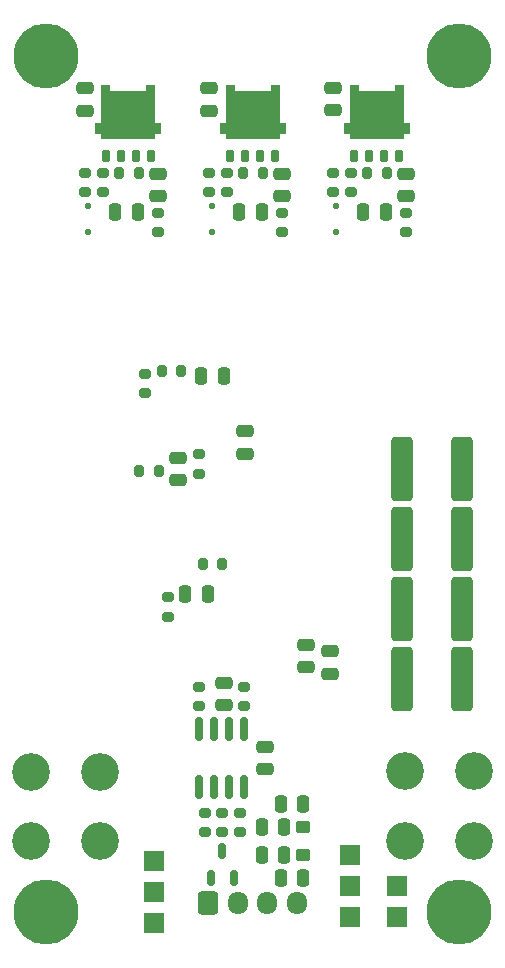
<source format=gbr>
%TF.GenerationSoftware,KiCad,Pcbnew,9.0.7*%
%TF.CreationDate,2026-02-13T21:21:15+01:00*%
%TF.ProjectId,ESC_v3,4553435f-7633-42e6-9b69-6361645f7063,rev?*%
%TF.SameCoordinates,Original*%
%TF.FileFunction,Soldermask,Bot*%
%TF.FilePolarity,Negative*%
%FSLAX46Y46*%
G04 Gerber Fmt 4.6, Leading zero omitted, Abs format (unit mm)*
G04 Created by KiCad (PCBNEW 9.0.7) date 2026-02-13 21:21:15*
%MOMM*%
%LPD*%
G01*
G04 APERTURE LIST*
G04 Aperture macros list*
%AMRoundRect*
0 Rectangle with rounded corners*
0 $1 Rounding radius*
0 $2 $3 $4 $5 $6 $7 $8 $9 X,Y pos of 4 corners*
0 Add a 4 corners polygon primitive as box body*
4,1,4,$2,$3,$4,$5,$6,$7,$8,$9,$2,$3,0*
0 Add four circle primitives for the rounded corners*
1,1,$1+$1,$2,$3*
1,1,$1+$1,$4,$5*
1,1,$1+$1,$6,$7*
1,1,$1+$1,$8,$9*
0 Add four rect primitives between the rounded corners*
20,1,$1+$1,$2,$3,$4,$5,0*
20,1,$1+$1,$4,$5,$6,$7,0*
20,1,$1+$1,$6,$7,$8,$9,0*
20,1,$1+$1,$8,$9,$2,$3,0*%
%AMFreePoly0*
4,1,18,-0.697500,2.280000,2.027500,2.280000,2.502500,2.280000,2.502500,1.530000,2.027500,1.530000,2.027500,-1.530000,2.502500,-1.530000,2.502500,-2.280000,-0.697500,-2.280000,-0.697500,-2.775000,-1.602500,-2.775000,-1.602500,-2.280000,-2.027500,-2.280000,-2.027500,2.280000,-1.602500,2.280000,-1.602500,2.775000,-0.697500,2.775000,-0.697500,2.280000,-0.697500,2.280000,$1*%
G04 Aperture macros list end*
%ADD10R,1.700000X1.700000*%
%ADD11C,3.200000*%
%ADD12C,5.500000*%
%ADD13RoundRect,0.250000X-0.600000X-0.725000X0.600000X-0.725000X0.600000X0.725000X-0.600000X0.725000X0*%
%ADD14O,1.700000X1.950000*%
%ADD15RoundRect,0.200000X-0.275000X0.200000X-0.275000X-0.200000X0.275000X-0.200000X0.275000X0.200000X0*%
%ADD16RoundRect,0.187500X0.187500X-0.312500X0.187500X0.312500X-0.187500X0.312500X-0.187500X-0.312500X0*%
%ADD17FreePoly0,90.000000*%
%ADD18RoundRect,0.250000X-0.250000X-0.475000X0.250000X-0.475000X0.250000X0.475000X-0.250000X0.475000X0*%
%ADD19RoundRect,0.250000X0.350000X-0.275000X0.350000X0.275000X-0.350000X0.275000X-0.350000X-0.275000X0*%
%ADD20RoundRect,0.200000X0.275000X-0.200000X0.275000X0.200000X-0.275000X0.200000X-0.275000X-0.200000X0*%
%ADD21RoundRect,0.125000X0.125000X-0.125000X0.125000X0.125000X-0.125000X0.125000X-0.125000X-0.125000X0*%
%ADD22RoundRect,0.200000X0.200000X0.275000X-0.200000X0.275000X-0.200000X-0.275000X0.200000X-0.275000X0*%
%ADD23RoundRect,0.250000X-0.650000X-2.450000X0.650000X-2.450000X0.650000X2.450000X-0.650000X2.450000X0*%
%ADD24RoundRect,0.150000X0.150000X-0.512500X0.150000X0.512500X-0.150000X0.512500X-0.150000X-0.512500X0*%
%ADD25RoundRect,0.250000X-0.475000X0.250000X-0.475000X-0.250000X0.475000X-0.250000X0.475000X0.250000X0*%
%ADD26RoundRect,0.250000X0.475000X-0.250000X0.475000X0.250000X-0.475000X0.250000X-0.475000X-0.250000X0*%
%ADD27RoundRect,0.250000X0.250000X0.475000X-0.250000X0.475000X-0.250000X-0.475000X0.250000X-0.475000X0*%
%ADD28RoundRect,0.200000X-0.200000X-0.275000X0.200000X-0.275000X0.200000X0.275000X-0.200000X0.275000X0*%
%ADD29RoundRect,0.150000X-0.150000X0.825000X-0.150000X-0.825000X0.150000X-0.825000X0.150000X0.825000X0*%
G04 APERTURE END LIST*
D10*
%TO.C,J6*%
X153465000Y-107715000D03*
%TD*%
%TO.C,J4*%
X157440000Y-110315000D03*
%TD*%
%TO.C,J9*%
X136900000Y-105600000D03*
%TD*%
D11*
%TO.C,J2*%
X126440000Y-98015000D03*
X126440000Y-103885000D03*
X132310000Y-98015000D03*
X132310000Y-103885000D03*
%TD*%
D10*
%TO.C,J7*%
X157440000Y-107690000D03*
%TD*%
D12*
%TO.C,H4*%
X162700000Y-109950000D03*
%TD*%
D10*
%TO.C,J8*%
X136900000Y-110840000D03*
%TD*%
%TO.C,J10*%
X136900000Y-108225000D03*
%TD*%
%TO.C,J3*%
X153465000Y-105090000D03*
%TD*%
D11*
%TO.C,J11*%
X158090000Y-97990000D03*
X158090000Y-103860000D03*
X163960000Y-97990000D03*
X163960000Y-103860000D03*
%TD*%
D12*
%TO.C,H2*%
X162700000Y-37400000D03*
%TD*%
D13*
%TO.C,J1*%
X141450000Y-109130000D03*
D14*
X143950000Y-109130000D03*
X146450000Y-109130000D03*
X148950000Y-109130000D03*
%TD*%
D12*
%TO.C,H1*%
X127700000Y-37400000D03*
%TD*%
D10*
%TO.C,J5*%
X153465000Y-110340000D03*
%TD*%
D12*
%TO.C,H3*%
X127700000Y-109950000D03*
%TD*%
D15*
%TO.C,R36*%
X138050000Y-83275000D03*
X138050000Y-84925000D03*
%TD*%
D16*
%TO.C,Q5*%
X136605000Y-45892250D03*
X135335000Y-45892250D03*
X134065000Y-45892250D03*
X132795000Y-45892250D03*
D17*
X134700000Y-42400000D03*
%TD*%
D18*
%TO.C,C25*%
X140875000Y-64500000D03*
X142775000Y-64500000D03*
%TD*%
%TO.C,C49*%
X145975000Y-102750000D03*
X147875000Y-102750000D03*
%TD*%
D19*
%TO.C,L1*%
X149475000Y-105050000D03*
X149475000Y-102750000D03*
%TD*%
D20*
%TO.C,R31*%
X140675000Y-72825000D03*
X140675000Y-71175000D03*
%TD*%
D15*
%TO.C,R33*%
X144500000Y-90850000D03*
X144500000Y-92500000D03*
%TD*%
D18*
%TO.C,C33*%
X139525000Y-83025000D03*
X141425000Y-83025000D03*
%TD*%
D21*
%TO.C,D2*%
X152274626Y-52325000D03*
X152274626Y-50125000D03*
%TD*%
D15*
%TO.C,R32*%
X140700000Y-90850000D03*
X140700000Y-92500000D03*
%TD*%
D22*
%TO.C,R13*%
X146050000Y-47380000D03*
X144400000Y-47380000D03*
%TD*%
D20*
%TO.C,R28*%
X136100000Y-66000000D03*
X136100000Y-64350000D03*
%TD*%
D22*
%TO.C,R21*%
X135550000Y-47378165D03*
X133900000Y-47378165D03*
%TD*%
D23*
%TO.C,C30*%
X157825000Y-78300000D03*
X162925000Y-78300000D03*
%TD*%
D15*
%TO.C,R51*%
X142650000Y-101525000D03*
X142650000Y-103175000D03*
%TD*%
D22*
%TO.C,R35*%
X142625000Y-80425000D03*
X140975000Y-80425000D03*
%TD*%
D24*
%TO.C,D9*%
X143600000Y-107037500D03*
X141700000Y-107037500D03*
X142650000Y-104762500D03*
%TD*%
D16*
%TO.C,Q3*%
X147105000Y-45897250D03*
X145835000Y-45897250D03*
X144565000Y-45897250D03*
X143295000Y-45897250D03*
D17*
X145200000Y-42405000D03*
%TD*%
D25*
%TO.C,C46*%
X149700000Y-87275000D03*
X149700000Y-89175000D03*
%TD*%
D18*
%TO.C,C44*%
X147575000Y-107025000D03*
X149475000Y-107025000D03*
%TD*%
D20*
%TO.C,R17*%
X132500000Y-48978165D03*
X132500000Y-47328165D03*
%TD*%
D22*
%TO.C,R3*%
X156549626Y-47375000D03*
X154899626Y-47375000D03*
%TD*%
D26*
%TO.C,C16*%
X142775000Y-92400000D03*
X142775000Y-90500000D03*
%TD*%
D25*
%TO.C,C17*%
X146300000Y-95900000D03*
X146300000Y-97800000D03*
%TD*%
%TO.C,C47*%
X151775000Y-87850000D03*
X151775000Y-89750000D03*
%TD*%
%TO.C,C15*%
X141525000Y-40155000D03*
X141525000Y-42055000D03*
%TD*%
D15*
%TO.C,R50*%
X144125000Y-101525000D03*
X144125000Y-103175000D03*
%TD*%
D20*
%TO.C,R1*%
X158199626Y-52350000D03*
X158199626Y-50700000D03*
%TD*%
D22*
%TO.C,R26*%
X137250000Y-72600000D03*
X135600000Y-72600000D03*
%TD*%
D23*
%TO.C,C31*%
X157825000Y-72375000D03*
X162925000Y-72375000D03*
%TD*%
D27*
%TO.C,C7*%
X145975000Y-50630000D03*
X144075000Y-50630000D03*
%TD*%
D21*
%TO.C,D5*%
X131275000Y-52328165D03*
X131275000Y-50128165D03*
%TD*%
D28*
%TO.C,R27*%
X137525000Y-64125000D03*
X139175000Y-64125000D03*
%TD*%
D18*
%TO.C,C50*%
X147575000Y-100775000D03*
X149475000Y-100775000D03*
%TD*%
D26*
%TO.C,C14*%
X137200000Y-49303165D03*
X137200000Y-47403165D03*
%TD*%
D27*
%TO.C,C5*%
X156474626Y-50625000D03*
X154574626Y-50625000D03*
%TD*%
D23*
%TO.C,C29*%
X157825000Y-84225000D03*
X162925000Y-84225000D03*
%TD*%
D21*
%TO.C,D3*%
X141775000Y-52330000D03*
X141775000Y-50130000D03*
%TD*%
D29*
%TO.C,U1*%
X140695000Y-94375000D03*
X141965000Y-94375000D03*
X143235000Y-94375000D03*
X144505000Y-94375000D03*
X144505000Y-99325000D03*
X143235000Y-99325000D03*
X141965000Y-99325000D03*
X140695000Y-99325000D03*
%TD*%
D20*
%TO.C,R11*%
X152024626Y-48975000D03*
X152024626Y-47325000D03*
%TD*%
%TO.C,R9*%
X143000000Y-48980000D03*
X143000000Y-47330000D03*
%TD*%
D25*
%TO.C,C34*%
X138900000Y-71475000D03*
X138900000Y-73375000D03*
%TD*%
D23*
%TO.C,C27*%
X157825000Y-90150000D03*
X162925000Y-90150000D03*
%TD*%
D26*
%TO.C,C2*%
X158199626Y-49300000D03*
X158199626Y-47400000D03*
%TD*%
D20*
%TO.C,R15*%
X147700000Y-52355000D03*
X147700000Y-50705000D03*
%TD*%
D26*
%TO.C,C10*%
X147700000Y-49305000D03*
X147700000Y-47405000D03*
%TD*%
D20*
%TO.C,R5*%
X153499626Y-48975000D03*
X153499626Y-47325000D03*
%TD*%
D16*
%TO.C,Q1*%
X157604626Y-45892250D03*
X156334626Y-45892250D03*
X155064626Y-45892250D03*
X153794626Y-45892250D03*
D17*
X155699626Y-42400000D03*
%TD*%
D20*
%TO.C,R19*%
X131025000Y-48978165D03*
X131025000Y-47328165D03*
%TD*%
%TO.C,R7*%
X141525000Y-48980000D03*
X141525000Y-47330000D03*
%TD*%
D18*
%TO.C,C45*%
X145975000Y-105050000D03*
X147875000Y-105050000D03*
%TD*%
D25*
%TO.C,C18*%
X131025000Y-40153165D03*
X131025000Y-42053165D03*
%TD*%
D15*
%TO.C,R49*%
X141197000Y-101525000D03*
X141197000Y-103175000D03*
%TD*%
D27*
%TO.C,C11*%
X135475000Y-50628165D03*
X133575000Y-50628165D03*
%TD*%
D26*
%TO.C,C21*%
X144575000Y-71100000D03*
X144575000Y-69200000D03*
%TD*%
D25*
%TO.C,C4*%
X152024626Y-40150000D03*
X152024626Y-42050000D03*
%TD*%
D20*
%TO.C,R23*%
X137200000Y-52353165D03*
X137200000Y-50703165D03*
%TD*%
M02*

</source>
